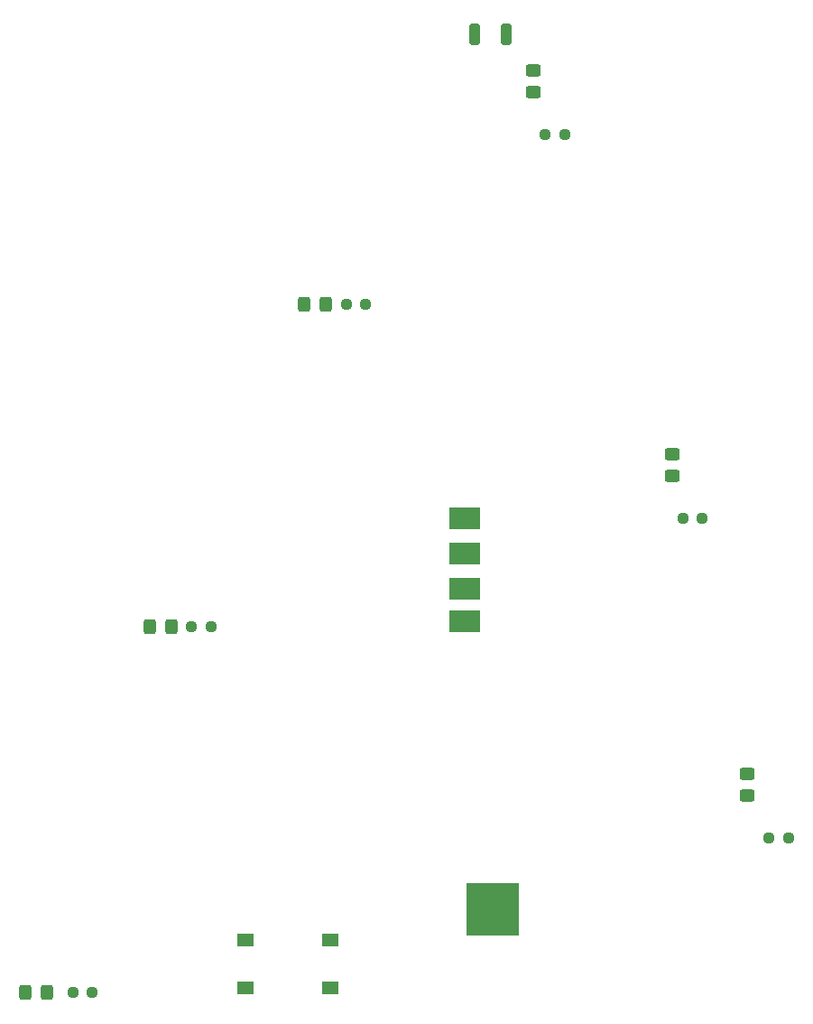
<source format=gtp>
G04 #@! TF.GenerationSoftware,KiCad,Pcbnew,7.0.8*
G04 #@! TF.CreationDate,2024-06-18T20:24:05+02:00*
G04 #@! TF.ProjectId,PCB_Christmas_Tree,5043425f-4368-4726-9973-746d61735f54,rev?*
G04 #@! TF.SameCoordinates,Original*
G04 #@! TF.FileFunction,Paste,Top*
G04 #@! TF.FilePolarity,Positive*
%FSLAX46Y46*%
G04 Gerber Fmt 4.6, Leading zero omitted, Abs format (unit mm)*
G04 Created by KiCad (PCBNEW 7.0.8) date 2024-06-18 20:24:05*
%MOMM*%
%LPD*%
G01*
G04 APERTURE LIST*
G04 Aperture macros list*
%AMRoundRect*
0 Rectangle with rounded corners*
0 $1 Rounding radius*
0 $2 $3 $4 $5 $6 $7 $8 $9 X,Y pos of 4 corners*
0 Add a 4 corners polygon primitive as box body*
4,1,4,$2,$3,$4,$5,$6,$7,$8,$9,$2,$3,0*
0 Add four circle primitives for the rounded corners*
1,1,$1+$1,$2,$3*
1,1,$1+$1,$4,$5*
1,1,$1+$1,$6,$7*
1,1,$1+$1,$8,$9*
0 Add four rect primitives between the rounded corners*
20,1,$1+$1,$2,$3,$4,$5,0*
20,1,$1+$1,$4,$5,$6,$7,0*
20,1,$1+$1,$6,$7,$8,$9,0*
20,1,$1+$1,$8,$9,$2,$3,0*%
G04 Aperture macros list end*
%ADD10RoundRect,0.237500X-0.250000X-0.237500X0.250000X-0.237500X0.250000X0.237500X-0.250000X0.237500X0*%
%ADD11R,5.000000X5.000000*%
%ADD12R,1.550000X1.300000*%
%ADD13RoundRect,0.250000X0.450000X-0.325000X0.450000X0.325000X-0.450000X0.325000X-0.450000X-0.325000X0*%
%ADD14RoundRect,0.250000X0.325000X0.450000X-0.325000X0.450000X-0.325000X-0.450000X0.325000X-0.450000X0*%
%ADD15RoundRect,0.250000X-0.250000X-0.750000X0.250000X-0.750000X0.250000X0.750000X-0.250000X0.750000X0*%
%ADD16R,3.000000X2.000000*%
G04 APERTURE END LIST*
D10*
X136182624Y-118498248D03*
X138007624Y-118498248D03*
D11*
X110280124Y-125125248D03*
D12*
X95032124Y-132511248D03*
X87082124Y-132511248D03*
X95032124Y-128011248D03*
X87082124Y-128011248D03*
D13*
X134095124Y-114523248D03*
X134095124Y-112473248D03*
D10*
X115182624Y-52498248D03*
X117007624Y-52498248D03*
D14*
X68460124Y-132928248D03*
X66410124Y-132928248D03*
D10*
X81997624Y-98638248D03*
X83822624Y-98638248D03*
D13*
X114095124Y-48523248D03*
X114095124Y-46473248D03*
D15*
X108583124Y-43139248D03*
D10*
X70840624Y-132928248D03*
X72665624Y-132928248D03*
D13*
X127095124Y-84523248D03*
X127095124Y-82473248D03*
D16*
X107595124Y-88466248D03*
X107595124Y-91768248D03*
X107595124Y-95070248D03*
X107595124Y-98118248D03*
D10*
X128095124Y-88498248D03*
X129920124Y-88498248D03*
D14*
X80135124Y-98638248D03*
X78085124Y-98638248D03*
D15*
X111504124Y-43139248D03*
D10*
X96494624Y-68412248D03*
X98319624Y-68412248D03*
D14*
X94622124Y-68412248D03*
X92572124Y-68412248D03*
M02*

</source>
